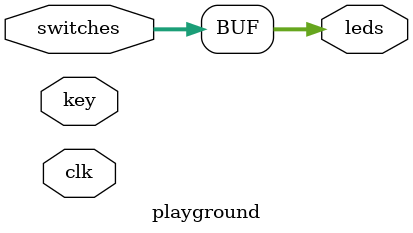
<source format=v>
module playground (
    input clk,
    input key,
    input [7:0] switches,    // 8 switches from PMOD1
    output [7:0] leds        // 8 LEDs to PMOD2
);

// Simple direct connection: each switch controls its corresponding LED
assign leds = switches;

endmodule
</source>
